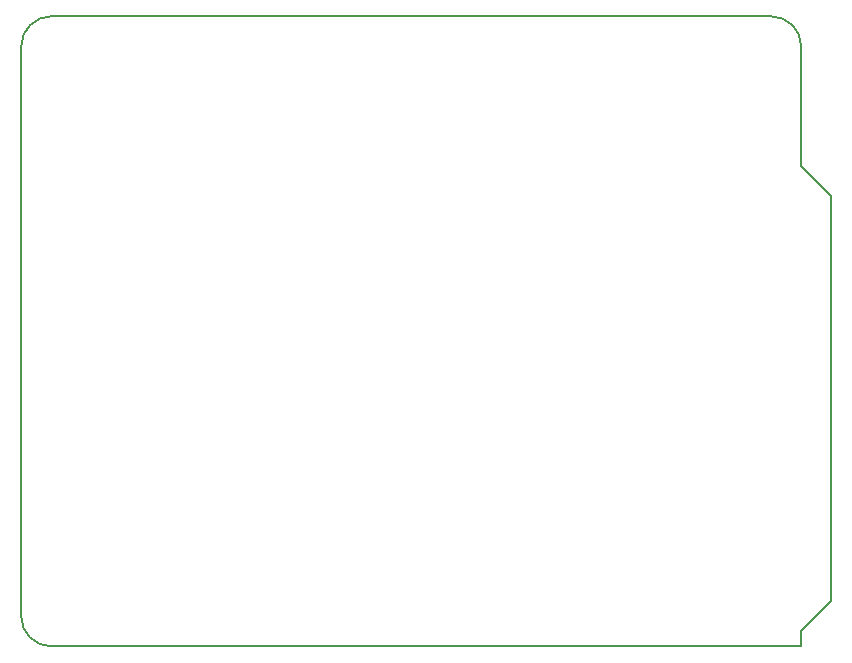
<source format=gbr>
G04 #@! TF.FileFunction,Profile,NP*
%FSLAX46Y46*%
G04 Gerber Fmt 4.6, Leading zero omitted, Abs format (unit mm)*
G04 Created by KiCad (PCBNEW 4.0.7) date 09/19/18 21:44:26*
%MOMM*%
%LPD*%
G01*
G04 APERTURE LIST*
%ADD10C,0.100000*%
%ADD11C,0.150000*%
G04 APERTURE END LIST*
D10*
D11*
X109220000Y-76200000D02*
X170180000Y-76200000D01*
X106680000Y-127000000D02*
X106680000Y-78740000D01*
X172720000Y-129540000D02*
X109220000Y-129540000D01*
X172720000Y-128270000D02*
X172720000Y-129540000D01*
X175260000Y-125730000D02*
X172720000Y-128270000D01*
X175260000Y-91440000D02*
X175260000Y-125730000D01*
X172720000Y-88900000D02*
X175260000Y-91440000D01*
X172720000Y-78740000D02*
X172720000Y-88900000D01*
X172720000Y-78740000D02*
G75*
G03X170180000Y-76200000I-2540000J0D01*
G01*
X106680000Y-127000000D02*
G75*
G03X109220000Y-129540000I2540000J0D01*
G01*
X109220000Y-76200000D02*
G75*
G03X106680000Y-78740000I0J-2540000D01*
G01*
M02*

</source>
